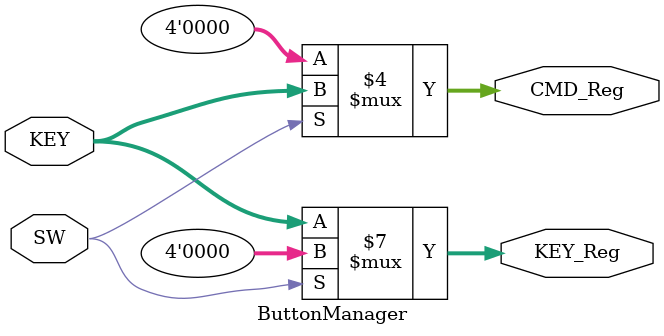
<source format=v>
/*
 *		Module		:	Button Managment Block
 * 	Description	: 	It manages the roles of limited number of buttons
 *							to handle both informative and command inputs
 *		Inputs		: 	SW		=> SW[0] from the debouncer
 *						:	KEY 	=> KEY# from the debouncer
 *
 *		Outputs		: 	CMD_Reg	=> Provides Current States of CMD Keys
 *											for other blocks
 * 					:	KEY_Reg 	=> Provides Current States of KEY values
 *											for other blocks
 *		Owner			: 	Ataberk ÖKLÜ
 */

module ButtonManager(
	input wire [0:0] SW,		// SW0
	input wire [3:0] KEY,
	output reg [3:0] CMD_Reg,
	output reg [3:0] KEY_Reg
);


initial
begin
	CMD_Reg <= 4'b0;
	KEY_Reg <= 4'b0;
end

always @ (SW, KEY)
	begin
		if(SW)
			begin		
				KEY_Reg = 4'b0;
				CMD_Reg = KEY;
			end
		else
			begin
				KEY_Reg = KEY;
				CMD_Reg = 4'b0;
			end
	end
endmodule

</source>
